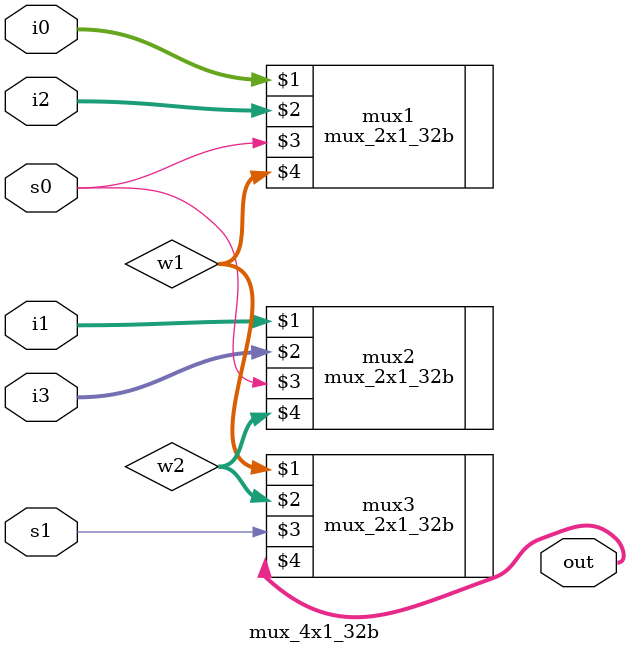
<source format=v>
module mux_4x1_32b(i0, i1, i2, i3, s0, s1, out);
input [31:0] i0, i1, i2, i3;
input s0, s1;
output [31:0] out;
wire [31:0] w1, w2;

mux_2x1_32b mux1(i0, i2, s0, w1);
mux_2x1_32b mux2(i1, i3, s0, w2);
mux_2x1_32b mux3(w1, w2, s1, out);

endmodule

</source>
